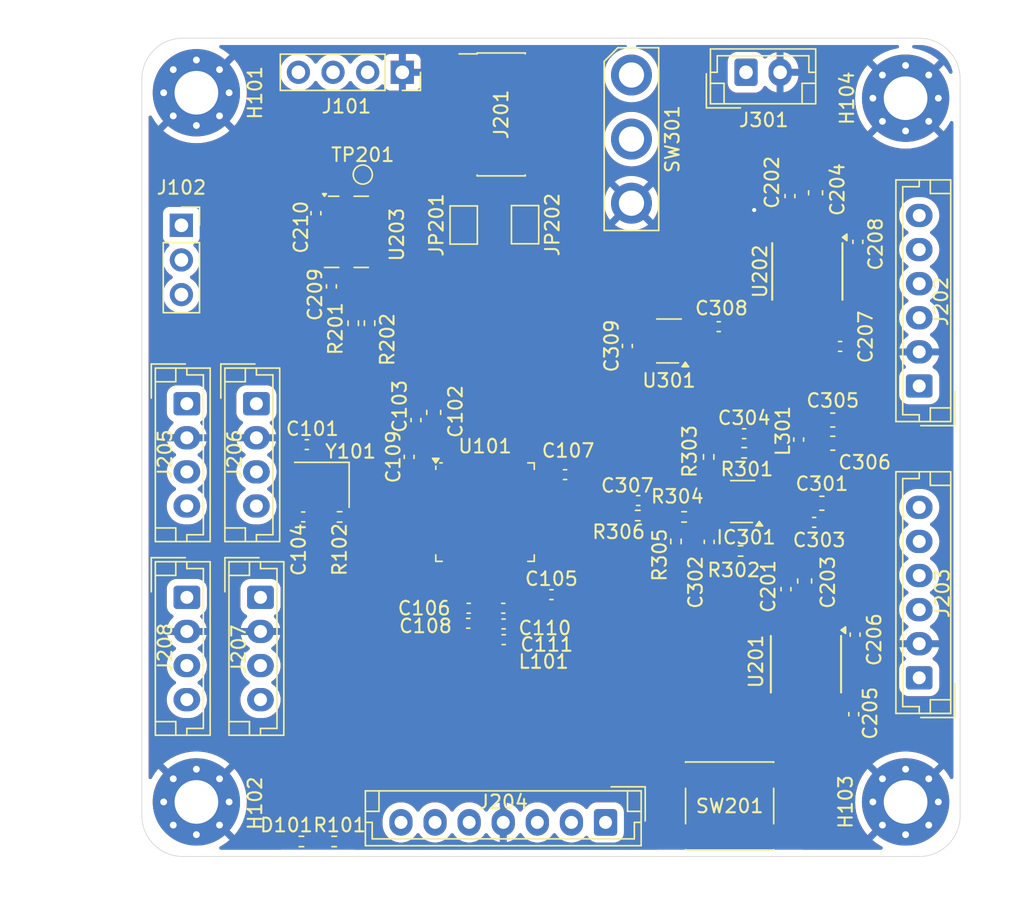
<source format=kicad_pcb>
(kicad_pcb (version 20240108) (generator "pcbnew") (generator_version "8.0")
  (layers (0 "F.Cu" signal) (1 "In1.Cu" signal) (2 "In2.Cu" signal) (31 "B.Cu" signal) (34 "B.Paste" user) (35 "F.Paste" user) (36 "B.SilkS" user "B.Silkscreen") (37 "F.SilkS" user "F.Silkscreen") (38 "B.Mask" user) (39 "F.Mask" user) (44 "Edge.Cuts" user))
  (net 0 "")
  (net 1 "GND")
  (net 2 "+3.3V")
  (net 3 "NRST")
  (net 4 "OSC_IN")
  (net 5 "Net-(C104-Pad1)")
  (net 6 "/VDDA")
  (net 7 "VIN")
  (net 8 "MOTEUR2-")
  (net 9 "MOTEUR2+")
  (net 10 "MOTEUR1-")
  (net 11 "MOTEUR1+")
  (net 12 "VCC")
  (net 13 "Net-(C304-Pad1)")
  (net 14 "SW")
  (net 15 "+5V")
  (net 16 "Net-(C307-Pad1)")
  (net 17 "FB")
  (net 18 "BST")
  (net 19 "EN{slash}SYNC")
  (net 20 "PG")
  (net 21 "Net-(J201-Pin_13)")
  (net 22 "SWCLK")
  (net 24 "SWDIO")
  (net 26 "SWO")
  (net 29 "Net-(J201-Pin_14)")
  (net 30 "PHASE_A1")
  (net 31 "PHASE_B1")
  (net 32 "PHASE_B2")
  (net 33 "PHASE_A2")
  (net 34 "RX_LIDAR")
  (net 35 "M_EN_LIDAR")
  (net 36 "DEV_EN_LIDAR")
  (net 37 "TX_LIDAR")
  (net 38 "M_SCTR_LIDAR")
  (net 39 "CB_OUT1")
  (net 40 "CB_IN")
  (net 41 "CB_OUT2")
  (net 42 "CB_OUT3")
  (net 43 "CB_OUT4")
  (net 44 "+7.2V")
  (net 45 "RX_SWD")
  (net 46 "TX_SWD")
  (net 47 "SDA_ACCELERO")
  (net 48 "OSC_OUT")
  (net 49 "SCL_ACCELERO")
  (net 50 "CHAT{slash}SOURIS")
  (net 51 "GPIO2")
  (net 53 "GPIO1")
  (net 54 "FWD1")
  (net 55 "INT1_ACCELERO")
  (net 58 "REV2")
  (net 60 "GPIO3")
  (net 61 "REV1")
  (net 66 "FWD2")
  (net 73 "Net-(D101-K)")
  (footprint "Connector_JST:JST_EH_B6B-EH-A_1x06_P2.50mm_Vertical" (layer "F.Cu") (at 177 106.9 90)
    (property "Reference" "J203" (at 6.2 1.7 90) (layer "F.SilkS"))
    (property "Value" "Moteur2")
    (pad "1" thru_hole roundrect (at 0 0 90) (size 1.7 1.95) (drill 0.95) (layers "*.Cu" "*.Mask") (roundrect_rratio 0.147059) (net 8 "MOTEUR2-"))
    (pad "2" thru_hole oval (at 2.5 0 90) (size 1.7 1.95) (drill 0.95) (layers "*.Cu" "*.Mask") (net 1 "GND"))
    (pad "3" thru_hole oval (at 5 0 90) (size 1.7 1.95) (drill 0.95) (layers "*.Cu" "*.Mask") (net 33 "PHASE_A2"))
    (pad "4" thru_hole oval (at 7.5 0 90) (size 1.7 1.95) (drill 0.95) (layers "*.Cu" "*.Mask") (net 32 "PHASE_B2"))
    (pad "5" thru_hole oval (at 10 0 90) (size 1.7 1.95) (drill 0.95) (layers "*.Cu" "*.Mask") (net 2 "+3.3V"))
    (pad "6" thru_hole oval (at 12.5 0 90) (size 1.7 1.95) (drill 0.95) (layers "*.Cu" "*.Mask") (net 9 "MOTEUR2+"))
  )
  (footprint "Capacitor_SMD:C_0402_1005Metric_Pad0.74x0.62mm_HandSolder" (layer "F.Cu") (at 140.1 88.0075 90)
    (property "Reference" "C103" (at 1.0075 -1.2 90) (layer "F.SilkS"))
    (property "Value" "100n")
    (pad "1" smd roundrect (at -0.5675 0 90) (size 0.735 0.62) (layers "F.Cu" "F.Paste" "F.Mask") (net 2 "+3.3V"))
    (pad "2" smd roundrect (at 0.5675 0 90) (size 0.735 0.62) (layers "F.Cu" "F.Paste" "F.Mask") (net 1 "GND"))
  )
  (footprint "Jumper:SolderJumper-2_P1.3mm_Open_TrianglePad1.0x1.5mm" (layer "F.Cu") (at 143.6 73.7 -90)
    (property "Reference" "JP201" (at 0 2 90) (layer "F.SilkS"))
    (property "Value" "TestRX")
    (pad "1" smd custom (at -0.725 0 270) (size 0.3 0.3) (layers "F.Cu" "F.Mask") (net 21 "Net-(J201-Pin_13)") (options (clearance outline) (anchor rect)) (primitives (gr_poly (pts (xy 1 0) (xy 0.5 0.75) (xy -0.5 0.75) (xy -0.5 -0.75) (xy 0.5 -0.75)) (width 0) (fill yes))))
    (pad "2" smd custom (at 0.725 0 270) (size 0.3 0.3) (layers "F.Cu" "F.Mask") (net 45 "RX_SWD") (options (clearance outline) (anchor rect)) (primitives (gr_poly (pts (xy 0.5 0.75) (xy -0.65 0.75) (xy -0.15 0) (xy -0.65 -0.75) (xy 0.5 -0.75)) (width 0) (fill yes))))
  )
  (footprint "Package_SO:Diodes_SO-8EP" (layer "F.Cu") (at 168.695 105.9025 -90)
    (property "Reference" "U201" (at -0.2025 3.665 90) (layer "F.SilkS"))
    (property "Value" "ZXBM5210-SP")
    (pad "1" smd rect (at -2.4975 -1.905 270) (size 1.505 0.802) (layers "F.Cu" "F.Paste" "F.Mask") (net 9 "MOTEUR2+"))
    (pad "2" smd rect (at -2.4975 -0.635 270) (size 1.505 0.802) (layers "F.Cu" "F.Paste" "F.Mask") (net 7 "VIN"))
    (pad "3" smd rect (at -2.4975 0.635 270) (size 1.505 0.802) (layers "F.Cu" "F.Paste" "F.Mask") (net 7 "VIN"))
    (pad "4" smd rect (at -2.4975 1.905 270) (size 1.505 0.802) (layers "F.Cu" "F.Paste" "F.Mask") (net 66 "FWD2"))
    (pad "5" smd rect (at 2.4975 1.905 270) (size 1.505 0.802) (layers "F.Cu" "F.Paste" "F.Mask") (net 58 "REV2"))
    (pad "6" smd rect (at 2.4975 0.635 270) (size 1.505 0.802) (layers "F.Cu" "F.Paste" "F.Mask") (net 7 "VIN"))
    (pad "7" smd rect (at 2.4975 -0.635 270) (size 1.505 0.802) (layers "F.Cu" "F.Paste" "F.Mask") (net 8 "MOTEUR2-"))
    (pad "8" smd rect (at 2.4975 -1.905 270) (size 1.505 0.802) (layers "F.Cu" "F.Paste" "F.Mask") (net 1 "GND"))
    (pad "9" smd rect (at 0 0 270) (size 2.613 3.502) (layers "F.Cu" "F.Paste" "F.Mask") (net 1 "GND"))
  )
  (footprint "Resistor_SMD:R_0402_1005Metric_Pad0.72x0.64mm_HandSolder" (layer "F.Cu") (at 136.7 80.8975 90)
    (property "Reference" "R202" (at -1.2 1.3 90) (layer "F.SilkS"))
    (property "Value" "2.2k")
    (pad "1" smd roundrect (at -0.5975 0 90) (size 0.715 0.64) (layers "F.Cu" "F.Paste" "F.Mask") (net 47 "SDA_ACCELERO"))
    (pad "2" smd roundrect (at 0.5975 0 90) (size 0.715 0.64) (layers "F.Cu" "F.Paste" "F.Mask") (net 2 "+3.3V"))
  )
  (footprint "Capacitor_SMD:C_0402_1005Metric_Pad0.74x0.62mm_HandSolder" (layer "F.Cu") (at 146.5325 104.1)
    (property "Reference" "L101" (at 2.9275 1.61 0) (layer "F.SilkS"))
    (property "Value" "l")
    (pad "1" smd roundrect (at -0.5675 0) (size 0.735 0.62) (layers "F.Cu" "F.Paste" "F.Mask") (net 6 "/VDDA"))
    (pad "2" smd roundrect (at 0.5675 0) (size 0.735 0.62) (layers "F.Cu" "F.Paste" "F.Mask") (net 2 "+3.3V"))
  )
  (footprint "Capacitor_SMD:C_0402_1005Metric_Pad0.74x0.62mm_HandSolder" (layer "F.Cu") (at 164.1625 89)
    (property "Reference" "C304" (at 0 -1.16 0) (layer "F.SilkS"))
    (property "Value" "0.1u")
    (pad "1" smd roundrect (at -0.5675 0) (size 0.735 0.62) (layers "F.Cu" "F.Paste" "F.Mask") (net 13 "Net-(C304-Pad1)"))
    (pad "2" smd roundrect (at 0.5675 0) (size 0.735 0.62) (layers "F.Cu" "F.Paste" "F.Mask") (net 14 "SW"))
  )
  (footprint "Button_Switch_SMD:SW_Push_1P1T_NO_6x6mm_H9.5mm" (layer "F.Cu") (at 163.1 116.3)
    (property "Reference" "SW201" (at 0 0 0) (layer "F.SilkS"))
    (property "Value" "SW_c/s")
    (pad "1" smd rect (at -3.975 -2.25) (size 1.55 1.3) (layers "F.Cu" "F.Paste" "F.Mask") (net 50 "CHAT{slash}SOURIS"))
    (pad "1" smd rect (at 3.975 -2.25) (size 1.55 1.3) (layers "F.Cu" "F.Paste" "F.Mask") (net 50 "CHAT{slash}SOURIS"))
    (pad "2" smd rect (at -3.975 2.25) (size 1.55 1.3) (layers "F.Cu" "F.Paste" "F.Mask") (net 1 "GND"))
    (pad "2" smd rect (at 3.975 2.25) (size 1.55 1.3) (layers "F.Cu" "F.Paste" "F.Mask") (net 1 "GND"))
  )
  (footprint "Package_SO:Diodes_SO-8EP" (layer "F.Cu") (at 168.795 77.1025 -90)
    (property "Reference" "U202" (at -0.0025 3.465 90) (layer "F.SilkS"))
    (property "Value" "ZXBM5210-SP")
    (pad "1" smd rect (at -2.4975 -1.905 270) (size 1.505 0.802) (layers "F.Cu" "F.Paste" "F.Mask") (net 11 "MOTEUR1+"))
    (pad "2" smd rect (at -2.4975 -0.635 270) (size 1.505 0.802) (layers "F.Cu" "F.Paste" "F.Mask") (net 7 "VIN"))
    (pad "3" smd rect (at -2.4975 0.635 270) (size 1.505 0.802) (layers "F.Cu" "F.Paste" "F.Mask") (net 7 "VIN"))
    (pad "4" smd rect (at -2.4975 1.905 270) (size 1.505 0.802) (layers "F.Cu" "F.Paste" "F.Mask") (net 54 "FWD1"))
    (pad "5" smd rect (at 2.4975 1.905 270) (size 1.505 0.802) (layers "F.Cu" "F.Paste" "F.Mask") (net 61 "REV1"))
    (pad "6" smd rect (at 2.4975 0.635 270) (size 1.505 0.802) (layers "F.Cu" "F.Paste" "F.Mask") (net 7 "VIN"))
    (pad "7" smd rect (at 2.4975 -0.635 270) (size 1.505 0.802) (layers "F.Cu" "F.Paste" "F.Mask") (net 10 "MOTEUR1-"))
    (pad "8" smd rect (at 2.4975 -1.905 270) (size 1.505 0.802) (layers "F.Cu" "F.Paste" "F.Mask") (net 1 "GND"))
    (pad "9" smd rect (at 0 0 270) (size 2.613 3.502) (layers "F.Cu" "F.Paste" "F.Mask") (net 1 "GND"))
  )
  (footprint "STM32:SWITCH TOGGLE SPDT 1A 30V" (layer "F.Cu") (at 155.9 67.4 -90)
    (property "Reference" "SW301" (at 0 -3 90) (layer "F.SilkS"))
    (property "Value" "ON/OFF")
    (pad "1" thru_hole oval (at -4.7 0 270) (size 3 3) (drill 1.85) (layers "*.Cu" "*.Mask") (net 44 "+7.2V"))
    (pad "2" thru_hole oval (at 0 0 270) (size 3 3) (drill 1.85) (layers "*.Cu" "*.Mask") (net 7 "VIN"))
    (pad "3" thru_hole oval (at 4.7 0 270) (size 3 3) (drill 1.85) (layers "*.Cu" "*.Mask") (net 1 "GND"))
  )
  (footprint "Capacitor_SMD:C_0402_1005Metric_Pad0.74x0.62mm_HandSolder" (layer "F.Cu") (at 167.23 100.4 -90)
    (property "Reference" "C201" (at -0.2 1.3 90) (layer "F.SilkS"))
    (property "Value" "1u")
    (pad "1" smd roundrect (at -0.5675 0 270) (size 0.735 0.62) (layers "F.Cu" "F.Paste" "F.Mask") (net 1 "GND"))
    (pad "2" smd roundrect (at 0.5675 0 270) (size 0.735 0.62) (layers "F.Cu" "F.Paste" "F.Mask") (net 7 "VIN"))
  )
  (footprint "Capacitor_SMD:C_0603_1608Metric_Pad1.08x0.95mm_HandSolder" (layer "F.Cu") (at 169.8625 94.1)
    (property "Reference" "C301" (at 0 -1.43 0) (layer "F.SilkS"))
    (property "Value" "22u")
    (pad "1" smd roundrect (at -0.8625 0) (size 1.075 0.95) (layers "F.Cu" "F.Paste" "F.Mask") (net 7 "VIN"))
    (pad "2" smd roundrect (at 0.8625 0) (size 1.075 0.95) (layers "F.Cu" "F.Paste" "F.Mask") (net 1 "GND"))
  )
  (footprint "MountingHole:MountingHole_3.2mm_M3_Pad_Via" (layer "F.Cu") (at 124 116)
    (property "Reference" "H102" (at 4.3 0.1 -90) (layer "F.SilkS"))
    (property "Value" "MountingHole_Pad")
    (pad "1" thru_hole circle (at -2.4 0) (size 0.8 0.8) (drill 0.5) (layers "*.Cu" "*.Mask") (net 1 "GND"))
    (pad "1" thru_hole circle (at -1.697056 -1.697056) (size 0.8 0.8) (drill 0.5) (layers "*.Cu" "*.Mask") (net 1 "GND"))
    (pad "1" thru_hole circle (at -1.697056 1.697056) (size 0.8 0.8) (drill 0.5) (layers "*.Cu" "*.Mask") (net 1 "GND"))
    (pad "1" thru_hole circle (at 0 -2.4) (size 0.8 0.8) (drill 0.5) (layers "*.Cu" "*.Mask") (net 1 "GND"))
    (pad "1" thru_hole circle (at 0 0) (size 6.4 6.4) (drill 3.2) (layers "*.Cu" "*.Mask") (net 1 "GND"))
    (pad "1" thru_hole circle (at 0 2.4) (size 0.8 0.8) (drill 0.5) (layers "*.Cu" "*.Mask") (net 1 "GND"))
    (pad "1" thru_hole circle (at 1.697056 -1.697056) (size 0.8 0.8) (drill 0.5) (layers "*.Cu" "*.Mask") (net 1 "GND"))
    (pad "1" thru_hole circle (at 1.697056 1.697056) (size 0.8 0.8) (drill 0.5) (layers "*.Cu" "*.Mask") (net 1 "GND"))
    (pad "1" thru_hole circle (at 2.4 0) (size 0.8 0.8) (drill 0.5) (layers "*.Cu" "*.Mask") (net 1 "GND"))
  )
  (footprint "MountingHole:MountingHole_3.2mm_M3_Pad_Via" (layer "F.Cu") (at 176 64.4)
    (property "Reference" "H104" (at -4.3 0 90) (layer "F.SilkS"))
    (property "Value" "MountingHole_Pad")
    (pad "1" thru_hole circle (at -2.4 0) (size 0.8 0.8) (drill 0.5) (layers "*.Cu" "*.Mask") (net 1 "GND"))
    (pad "1" thru_hole circle (at -1.697056 -1.697056) (size 0.8 0.8) (drill 0.5) (layers "*.Cu" "*.Mask") (net 1 "GND"))
    (pad "1" thru_hole circle (at -1.697056 1.697056) (size 0.8 0.8) (drill 0.5) (layers "*.Cu" "*.Mask") (net 1 "GND"))
    (pad "1" thru_hole circle (at 0 -2.4) (size 0.8 0.8) (drill 0.5) (layers "*.Cu" "*.Mask") (net 1 "GND"))
    (pad "1" thru_hole circle (at 0 0) (size 6.4 6.4) (drill 3.2) (layers "*.Cu" "*.Mask") (net 1 "GND"))
    (pad "1" thru_hole circle (at 0 2.4) (size 0.8 0.8) (drill 0.5) (layers "*.Cu" "*.Mask") (net 1 "GND"))
    (pad "1" thru_hole circle (at 1.697056 -1.697056) (size 0.8 0.8) (drill 0.5) (layers "*.Cu" "*.Mask") (net 1 "GND"))
    (pad "1" thru_hole circle (at 1.697056 1.697056) (size 0.8 0.8) (drill 0.5) (layers "*.Cu" "*.Mask") (net 1 "GND"))
    (pad "1" thru_hole circle (at 2.4 0) (size 0.8 0.8) (drill 0.5) (layers "*.Cu" "*.Mask") (net 1 "GND"))
  )
  (footprint "Resistor_SMD:R_0402_1005Metric_Pad0.72x0.64mm_HandSolder" (layer "F.Cu") (at 135.5 80.9025 90)
    (property "Reference" "R201" (at -0.3975 -1.3 90) (layer "F.SilkS"))
    (property "Value" "2.2k")
    (pad "1" smd roundrect (at -0.5975 0 90) (size 0.715 0.64) (layers "F.Cu" "F.Paste" "F.Mask") (net 49 "SCL_ACCELERO"))
    (pad "2" smd roundrect (at 0.5975 0 90) (size 0.715 0.64) (layers "F.Cu" "F.Paste" "F.Mask") (net 2 "+3.3V"))
  )
  (footprint "Connector_JST:JST_EH_B4B-EH-A_1x04_P2.50mm_Vertical" (layer "F.Cu") (at 123.3 86.8 -90)
    (property "Reference" "J205" (at 3.7 1.6 90) (layer "F.SilkS"))
    (property "Value" "CB1")
    (pad "1" thru_hole roundrect (at 0 0 270) (size 1.7 1.95) (drill 0.95) (layers "*.Cu" "*.Mask") (roundrect_rratio 0.147059) (net 2 "+3.3V"))
    (pad "2" thru_hole oval (at 2.5 0 270) (size 1.7 1.95) (drill 0.95) (layers "*.Cu" "*.Mask") (net 1 "GND"))
    (pad "3" thru_hole oval (at 5 0 270) (size 1.7 1.95) (drill 0.95) (layers "*.Cu" "*.Mask") (net 39 "CB_OUT1"))
    (pad "4" thru_hole oval (at 7.5 0 270) (size 1.7 1.95) (drill 0.95) (layers "*.Cu" "*.Mask") (net 40 "CB_IN"))
  )
  (footprint "Connector_PinSocket_2.54mm:PinSocket_1x04_P2.54mm_Vertical" (layer "F.Cu") (at 139.1 62.5 -90)
    (property "Reference" "J101" (at 2.5 4.1 0) (layer "F.SilkS"))
    (property "Value" "ECRAN")
    (pad "1" thru_hole rect (at 0 0 270) (size 1.7 1.7) (drill 1) (layers "*.Cu" "*.Mask") (net 1 "GND"))
    (pad "2" thru_hole oval (at 0 2.54 270) (size 1.7 1.7) (drill 1) (layers "*.Cu" "*.Mask") (net 2 "+3.3V"))
    (pad "3" thru_hole oval (at 0 5.08 270) (size 1.7 1.7) (drill 1) (layers "*.Cu" "*.Mask") (net 47 "SDA_ACCELERO"))
    (pad "4" thru_hole oval (at 0 7.62 270) (size 1.7 1.7) (drill 1) (layers "*.Cu" "*.Mask") (net 49 "SCL_ACCELERO"))
  )
  (footprint "Capacitor_SMD:C_0402_1005Metric_Pad0.74x0.62mm_HandSolder" (layer "F.Cu") (at 151.0325 92)
    (property "Reference" "C107" (at 0.2275 -1.76 0) (layer "F.SilkS"))
    (property "Value" "100n")
    (pad "1" smd roundrect (at -0.5675 0) (size 0.735 0.62) (layers "F.Cu" "F.Paste" "F.Mask") (net 2 "+3.3V"))
    (pad "2" smd roundrect (at 0.5675 0) (size 0.735 0.62) (layers "F.Cu" "F.Paste" "F.Mask") (net 1 "GND"))
  )
  (footprint "Resistor_SMD:R_0402_1005Metric_Pad0.72x0.64mm_HandSolder" (layer "F.Cu") (at 134.5025 95.1)
    (property "Reference" "R102" (at -0.0025 2.4 90) (layer "F.SilkS"))
    (property "Value" "20")
    (pad "1" smd roundrect (at -0.5975 0) (size 0.715 0.64) (layers "F.Cu" "F.Paste" "F.Mask") (net 5 "Net-(C104-Pad1)"))
    (pad "2" smd roundrect (at 0.5975 0) (size 0.715 0.64) (layers "F.Cu" "F.Paste" "F.Mask") (net 48 "OSC_OUT"))
  )
  (footprint "MountingHole:MountingHole_3.2mm_M3_Pad_Via" (layer "F.Cu") (at 124 64)
    (property "Reference" "H101" (at 4.3 0 90) (layer "F.SilkS"))
    (property "Value" "MountingHole_Pad")
    (pad "1" thru_hole circle (at -2.4 0) (size 0.8 0.8) (drill 0.5) (layers "*.Cu" "*.Mask") (net 1 "GND"))
    (pad "1" thru_hole circle (at -1.697056 -1.697056) (size 0.8 0.8) (drill 0.5) (layers "*.Cu" "*.Mask") (net 1 "GND"))
    (pad "1" thru_hole circle (at -1.697056 1.697056) (size 0.8 0.8) (drill 0.5) (layers "*.Cu" "*.Mask") (net 1 "GND"))
    (pad "1" thru_hole circle (at 0 -2.4) (size 0.8 0.8) (drill 0.5) (layers "*.Cu" "*.Mask") (net 1 "GND"))
    (pad "1" thru_hole circle (at 0 0) (size 6.4 6.4) (drill 3.2) (layers "*.Cu" "*.Mask") (net 1 "GND"))
    (pad "1" thru_hole circle (at 0 2.4) (size 0.8 0.8) (drill 0.5) (layers "*.Cu" "*.Mask") (net 1 "GND"))
    (pad "1" thru_hole circle (at 1.697056 -1.697056) (size 0.8 0.8) (drill 0.5) (layers "*.Cu" "*.Mask") (net 1 "GND"))
    (pad "1" thru_hole circle (at 1.697056 1.697056) (size 0.8 0.8) (drill 0.5) (layers "*.Cu" "*.Mask") (net 1 "GND"))
    (pad "1" thru_hole circle (at 2.4 0) (size 0.8 0.8) (drill 0.5) (layers "*.Cu" "*.Mask") (net 1 "GND"))
  )
  (footprint "Capacitor_SMD:C_0603_1608Metric_Pad1.08x0.95mm_HandSolder" (layer "F.Cu") (at 170.6625 88)
    (property "Reference" "C305" (at 0 -1.43 0) (layer "F.SilkS"))
    (property "Value" "22u")
    (pad "1" smd roundrect (at -0.8625 0) (size 1.075 0.95) (layers "F.Cu" "F.Paste" "F.Mask") (net 15 "+5V"))
    (pad "2" smd roundrect (at 0.8625 0) (size 1.075 0.95) (layers "F.Cu" "F.Paste" "F.Mask") (net 1 "GND"))
  )
  (footprint "Capacitor_SMD:C_0402_1005Metric_Pad0.74x0.62mm_HandSolder" (layer "F.Cu") (at 172.5 74.9325 90)
    (property "Reference" "C208" (at -0.1675 1.3 90) (layer "F.SilkS"))
    (property "Value" "100n")
    (pad "1" smd roundrect (at -0.5675 0 90) (size 0.735 0.62) (layers "F.Cu" "F.Paste" "F.Mask") (net 1 "GND"))
    (pad "2" smd roundrect (at 0.5675 0 90) (size 0.735 0.62) (layers "F.Cu" "F.Paste" "F.Mask") (net 11 "MOTEUR1+"))
  )
  (footprint "TestPoint:TestPoint_Pad_D1.0mm" (layer "F.Cu") (at 136.2 70)
    (property "Reference" "TP201" (at 0 -1.448 0) (layer "F.SilkS"))
    (property "Value" "TestPoint")
    (pad "1" smd circle (at 0 0) (size 1 1) (layers "F.Cu" "F.Mask") (net 47 "SDA_ACCELERO"))
  )
  (footprint "Package_TO_SOT_SMD:SOT-23-5_HandSoldering" (layer "F.Cu") (at 158.65 82.2 180)
    (property "Reference" "U301" (at 0 -2.9 0) (layer "F.SilkS"))
    (property "Value" "BUxxSD5")
    (pad "1" smd roundrect (at -1.35 -0.95 180) (size 1.56 0.65) (layers "F.Cu" "F.Paste" "F.Mask") (net 15 "+5V"))
    (pad "2" smd roundrect (at -1.35 0 180) (size 1.56 0.65) (layers "F.Cu" "F.Paste" "F.Mask") (net 1 "GND"))
    (pad "3" smd roundrect (at -1.35 0.95 180) (size 1.56 0.65) (layers "F.Cu" "F.Paste" "F.Mask") (net 15 "+5V"))
    (pad "4" smd roundrect (at 1.35 0.95 180) (size 1.56 0.65) (layers "F.Cu" "F.Paste" "F.Mask"))
    (pad "5" smd roundrect (at 1.35 -0.95 180) (size 1.56 0.65) (layers "F.Cu" "F.Paste" "F.Mask") (net 2 "+3.3V"))
  )
  (footprint "Capacitor_SMD:C_0402_1005Metric_Pad0.74x0.62mm_HandSolder" (layer "F.Cu") (at 156.395 93.9 180)
    (property "Reference" "C307" (at 0.795 1.1 0) (layer "F.SilkS"))
    (property "Value" "15p")
    (pad "1" smd roundrect (at -0.5675 0 180) (size 0.735 0.62) (layers "F.Cu" "F.Paste" "F.Mask") (net 16 "Net-(C307-Pad1)"))
    (pad "2" smd roundrect (at 0.5675 0 180) (size 0.735 0.62) (layers "F.Cu" "F.Paste" "F.Mask") (net 15 "+5V"))
  )
  (footprint "Capacitor_SMD:C_0402_1005Metric_Pad0.74x0.62mm_HandSolder" (layer "F.Cu") (at 150.0325 100.8)
    (property "Reference" "C105" (at 0 -1.16 0) (layer "F.SilkS"))
    (property "Value" "100n")
    (pad "1" smd roundrect (at -0.5675 0) (size 0.735 0.62) (layers "F.Cu" "F.Paste" "F.Mask") (net 2 "+3.3V"))
    (pad "2" smd roundrect (at 0.5675 0) (size 0.735 0.62) (layers "F.Cu" "F.Paste" "F.Mask") (net 1 "GND"))
  )
  (footprint "Capacitor_SMD:C_0603_1608Metric_Pad1.08x0.95mm_HandSolder" (layer "F.Cu") (at 168.6 99.8 -90)
    (property "Reference" "C203" (at 0.1 -1.7 90) (layer "F.SilkS"))
    (property "Value" "10u")
    (pad "1" smd roundrect (at -0.8625 0 270) (size 1.075 0.95) (layers "F.Cu" "F.Paste" "F.Mask") (net 1 "GND"))
    (pad "2" smd roundrect (at 0.8625 0 270) (size 1.075 0.95) (layers "F.Cu" "F.Paste" "F.Mask") (net 7 "VIN"))
  )
  (footprint "Resistor_SMD:R_0402_1005Metric_Pad0.72x0.64mm_HandSolder" (layer "F.Cu") (at 159.1625 96.9 -90)
    (property "Reference" "R305" (at 1 1.2 90) (layer "F.SilkS"))
    (property "Value" "7.68k")
    (pad "1" smd roundrect (at -0.5975 0 270) (size 0.715 0.64) (layers "F.Cu" "F.Paste" "F.Mask") (net 16 "Net-(C307-Pad1)"))
    (pad "2" smd roundrect (at 0.5975 0 270) (size 0.715 0.64) (layers "F.Cu" "F.Paste" "F.Mask") (net 1 "GND"))
  )
  (footprint "Resistor_SMD:R_0402_1005Metric_Pad0.72x0.64mm_HandSolder" (layer "F.Cu") (at 156.3625 95 180)
    (property "Reference" "R306" (at 1.4 -1.2 0) (layer "F.SilkS"))
    (property "Value" "40.2k")
    (pad "1" smd roundrect (at -0.5975 0 180) (size 0.715 0.64) (layers "F.Cu" "F.Paste" "F.Mask") (net 16 "Net-(C307-Pad1)"))
    (pad "2" smd roundrect (at 0.5975 0 180) (size 0.715 0.64) (layers "F.Cu" "F.Paste" "F.Mask") (net 15 "+5V"))
  )
  (footprint "Capacitor_SMD:C_0402_1005Metric_Pad0.74x0.62mm_HandSolder" (layer "F.Cu") (at 132.1 89.8)
    (property "Reference" "C101" (at 0.4 -1.16 0) (layer "F.SilkS"))
    (property "Value" "10p")
    (pad "1" smd roundrect (at -0.5675 0) (size 0.735 0.62) (layers "F.Cu" "F.Paste" "F.Mask") (net 1 "GND"))
    (pad "2" smd roundrect (at 0.5675 0) (size 0.735 0.62) (layers "F.Cu" "F.Paste" "F.Mask") (net 4 "OSC_IN"))
  )
  (footprint "Connector_JST:JST_EH_B4B-EH-A_1x04_P2.50mm_Vertical" (layer "F.Cu") (at 128.7 101 -90)
    (property "Reference" "J207" (at 3.8 1.6 90) (layer "F.SilkS"))
    (property "Value" "CB3")
    (pad "1" thru_hole roundrect (at 0 0 270) (size 1.7 1.95) (drill 0.95) (layers "*.Cu" "*.Mask") (roundrect_rratio 0.147059) (net 2 "+3.3V"))
    (pad "2" thru_hole oval (at 2.5 0 270) (size 1.7 1.95) (drill 0.95) (layers "*.Cu" "*.Mask") (net 1 "GND"))
    (pad "3" thru_hole oval (at 5 0 270) (size 1.7 1.95) (drill 0.95) (layers "*.Cu" "*.Mask") (net 42 "CB_OUT3"))
    (pad "4" thru_hole oval (at 7.5 0 270) (size 1.7 1.95) (drill 0.95) (layers "*.Cu" "*.Mask") (net 40 "CB_IN"))
  )
  (footprint "Package_TO_SOT_SMD:TSOT-23-8_HandSoldering" (layer "F.Cu") (at 164.0525 94 180)
    (property "Reference" "IC301" (at -0.2475 -2.6 180) (layer "F.SilkS"))
    (property "Value" "MP1475SGJ-P")
    (pad "1" smd roundrect (at -1.71 -0.97 180) (size 2 0.4) (layers "F.Cu" "F.Paste" "F.Mask") (net 20 "PG"))
    (pad "2" smd roundrect (at -1.71 -0.33 180) (size 2 0.4) (layers "F.Cu" "F.Paste" "F.Mask") (net 7 "VIN"))
    (pad "3" smd roundrect (at -1.71 0.33 180) (size 2 0.4) (layers "F.Cu" "F.Paste" "F.Mask") (net 14 "SW"))
    (pad "4" smd roundrect (at -1.71 0.97 180) (size 2 0.4) (layers "F.Cu" "F.Paste" "F.Mask") (net 1 "GND"))
    (pad "5" smd roundrect (at 1.71 0.97 180) (size 2 0.4) (layers "F.Cu" "F.Paste" "F.Mask") (net 18 "BST"))
    (pad "6" smd roundrect (at 1.71 0.33 180) (size 2 0.4) (layers "F.Cu" "F.Paste" "F.Mask") (net 19 "EN{slash}SYNC"))
    (pad "7" smd roundrect (at 1.71 -0.33 180) (size 2 0.4) (layers "F.Cu" "F.Paste" "F.Mask") (net 12 "VCC"))
    (pad "8" smd roundrect (at 1.71 -0.97 180) (size 2 0.4) (layers "F.Cu" "F.Paste" "F.Mask") (net 17 "FB"))
  )
  (footprint "Capacitor_SMD:C_0402_1005Metric_Pad0.74x0.62mm_HandSolder" (layer "F.Cu") (at 168.1625 89.4325 90)
    (property "Reference" "L301" (at 0.6325 -1.1625 90) (layer "F.SilkS"))
    (property "Value" "4.7u")
    (pad "1" smd roundrect (at -0.5675 0 90) (size 0.735 0.62) (layers "F.Cu" "F.Paste" "F.Mask") (net 14 "SW"))
    (pad "2" smd roundrect (at 0.5675 0 90) (size 0.735 0.62) (layers "F.Cu" "F.Paste" "F.Mask") (net 15 "+5V"))
  )
  (footprint "Connector_PinHeader_1.27mm:PinHeader_2x07_P1.27mm_Vertical_SMD" (layer "F.Cu") (at 146.35 65.59)
    (property "Reference" "J201" (at 0 0 90) (layer "F.SilkS"))
    (property "Value" "JTAG/SWD")
    (pad "1" smd rect (at -1.95 -3.81) (size 2.4 0.74) (layers "F.Cu" "F.Paste" "F.Mask"))
    (pad "2" smd rect (at 1.95 -3.81) (size 2.4 0.74) (layers "F.Cu" "F.Paste" "F.Mask"))
    (pad "3" smd rect (at -1.95 -2.54) (size 2.4 0.74) (layers "F.Cu" "F.Paste" "F.Mask") (net 2 "+3.3V"))
    (pad "4" smd rect (at 1.95 -2.54) (size 2.4 0.74) (layers "F.Cu" "F.Paste" "F.Mask") (net 24 "SWDIO"))
    (pad "5" smd rect (at -1.95 -1.27) (size 2.4 0.74) (layers "F.Cu" "F.Paste" "F.Mask") (net 1 "GND"))
    (pad "6" smd rect (at 1.95 -1.27) (size 2.4 0.74) (layers "F.Cu" "F.Paste" "F.Mask") (net 22 "SWCLK"))
    (pad "7" smd rect (at -1.95 0) (size 2.4 0.74) (layers "F.Cu" "F.Paste" "F.Mask") (net 1 "GND"))
    (pad "8" smd rect (at 1.95 0) (size 2.4 0.74) (layers "F.Cu" "F.Paste" "F.Mask") (net 26 "SWO"))
    (pad "9" smd rect (at -1.95 1.27) (size 2.4 0.74) (layers "F.Cu" "F.Paste" "F.Mask"))
    (pad "10" smd rect (at 1.95 1.27) (size 2.4 0.74) (layers "F.Cu" "F.Paste" "F.Mask"))
    (pad "11" smd rect (at -1.95 2.54) (size 2.4 0.74) (layers "F.Cu" "F.Paste" "F.Mask") (net 1 "GND"))
    (pad "12" smd rect (at 1.95 2.54) (size 2.4 0.74) (layers "F.Cu" "F.Paste" "F.Mask") (net 3 "NRST"))
    (pad "13" smd rect (at -1.95 3.81) (size 2.4 0.74) (layers "F.Cu" "F.Paste" "F.Mask") (net 21 "Net-(J201-Pin_13)"))
    (pad "14" smd rect (at 1.95 3.81) (size 2.4 0.74) (layers "F.Cu" "F.Paste" "F.Mask") (net 29 "Net-(J201-Pin_14)"))
  )
  (footprint "Capacitor_SMD:C_0402_1005Metric_Pad0.74x0.62mm_HandSolder" (layer "F.Cu") (at 155.6 82.5675 90)
    (property "Reference" "C309" (at 0 -1.16 90) (layer "F.SilkS"))
    (property "Value" "0.47u")
    (pad "1" smd roundrect (at -0.5675 0 90) (size 0.735 0.62) (layers "F.Cu" "F.Paste" "F.Mask") (net 2 "+3.3V"))
    (pad "2" smd roundrect (at 0.5675 0 90) (size 0.735 0.62) (layers "F.Cu" "F.Paste" "F.Mask") (net 1 "GND"))
  )
  (footprint "Connector_JST:JST_EH_B6B-EH-A_1x06_P2.50mm_Vertical" (layer "F.Cu") (at 177 85.5 90)
    (property "Reference" "J202" (at 6.2 1.6 90) (layer "F.SilkS"))
    (property "Value" "Moteur1")
    (pad "1" thru_hole roundrect (at 0 0 90) (size 1.7 1.95) (drill 0.95) (layers "*.Cu" "*.Mask") (roundrect_rratio 0.147059) (net 10 "MOTEUR1-"))
    (pad "2" thru_hole oval (at 2.5 0 90) (size 1.7 1.95) (drill 0.95) (layers "*.Cu" "*.Mask") (net 1 "GND"))
    (pad "3" thru_hole oval (at 5 0 90) (size 1.7 1.95) (drill 0.95) (layers "*.Cu" "*.Mask") (net 30 "PHASE_A1"))
    (pad "4" thru_hole oval (at 7.5 0 90) (size 1.7 1.95) (drill 0.95) (layers "*.Cu" "*.Mask") (net 31 "PHASE_B1"))
    (pad "5" thru_hole oval (at 10 0 90) (size 1.7 1.95) (drill 0.95) (layers "*.Cu" "*.Mask") (net 2 "+3.3V"))
    (pad "6" thru_hole oval (at 12.5 0 90) (size 1.7 1.95) (drill 0.95) (layers "*.Cu" "*.Mask") (net 11 "MOTEUR1+"))
  )
  (footprint "Resistor_SMD:R_0402_1005Metric_Pad0.72x0.64mm_HandSolder" (layer "F.Cu") (at 161.5625 90.7025 90)
    (property "Reference" "R303" (at 0.4025 -1.4 90) (layer "F.SilkS"))
    (property "Value" "20")
    (pad "1" smd roundrect (at -0.5975 0 90) (size 0.715 0.64) (layers "F.Cu" "F.Paste" "F.Mask") (net 18 "BST"))
    (pad "2" smd roundrect (at 0.5975 0 90) (size 0.715 0.64) (layers "F.Cu" "F.Paste" "F.Mask") (net 13 "Net-(C304-Pad1)"))
  )
  (footprint "Capacitor_SMD:C_0402_1005Metric_Pad0.74x0.62mm_HandSolder" (layer "F.Cu") (at 167.5225 71.5775 -90)
    (property "Reference" "C202" (at -1.0025 1.3225 90) (layer "F.SilkS"))
    (property "Value" "1u")
    (pad "1" smd roundrect (at -0.5675 0 270) (size 0.735 0.62) (layers "F.Cu" "F.Paste" "F.Mask") (net 1 "GND"))
    (pad "2" smd roundrect (at 0.5675 0 270) (size 0.735 0.62) (layers "F.Cu" "F.Paste" "F.Mask") (net 7 "VIN"))
  )
  (footprint "Resistor_SMD:R_0402_1005Metric_Pad0.72x0.64mm_HandSolder" (layer "F.Cu") (at 131.7 118.9 180)
    (property "Reference" "D101" (at 1.1 1.2 0) (layer "F.SilkS"))
    (property "Value" "LED_POWER")
    (pad "1" smd roundrect (at -0.5975 0 180) (size 0.715 0.64) (layers "F.Cu" "F.Paste" "F.Mask") (net 73 "Net-(D101-K)"))
    (pad "2" smd roundrect (at 0.5975 0 180) (size 0.715 0.64) (layers "F.Cu" "F.Paste" "F.Mask") (net 2 "+3.3V"))
  )
  (footprint "STM32:QFN-48-1EP_7x7mm_P0.5mm_EP5.6x5.6mm_AJ" (layer "F.Cu") (at 145.1625 94.75)
    (property "Reference" "U101" (at 0 -4.83 0) (layer "F.SilkS"))
    (property "Value" "STM32G431CBUx")
    (pad "1" smd roundrect (at -3.4375 -2.75) (size 0.875 0.25) (layers "F.Cu" "F.Paste" "F.Mask") (net 2 "+3.3V"))
    (pad "2" smd roundrect (at -3.4375 -2.25) (size 0.875 0.25) (layers "F.Cu" "F.Paste" "F.Mask") (net 53 "GPIO1"))
    (pad "3" smd roundrect (at -3.4375 -1.75) (size 0.875 0.25) (layers "F.Cu" "F.Paste" "F.Mask") (net 51 "GPIO2"))
    (pad "4" smd roundrect (at -3.4375 -1.25) (size 0.875 0.25) (layers "F.Cu" "F.Paste" "F.Mask") (net 60 "GPIO3"))
    (pad "5" smd roundrect (at -3.4375 -0.75) (size 0.875 0.25) (layers "F.Cu" "F.Paste" "F.Mask") (net 4 "OSC_IN"))
    (pad "6" smd roundrect (at -3.4375 -0.25) (size 0.875 0.25) (layers "F.Cu" "F.Paste" "F.Mask") (net 48 "OSC_OUT"))
    (pad "7" smd roundrect (at -3.4375 0.25) (size 0.875 0.25) (layers "F.Cu" "F.Paste" "F.Mask") (net 3 "NRST"))
    (pad "8" smd roundrect (at -3.4375 0.75) (size 0.875 0.25) (layers "F.Cu" "F.Paste" "F.Mask") (net 41 "CB_OUT2"))
    (pad "9" smd roundrect (at -3.4375 1.25) (size 0.875 0.25) (layers "F.Cu" "F.Paste" "F.Mask") (net 39 "CB_OUT1"))
    (pad "10" smd roundrect (at -3.4375 1.75) (size 0.875 0.25) (layers "F.Cu" "F.Paste" "F.Mask") (net 42 "CB_OUT3"))
    (pad "11" smd roundrect (at -3.4375 2.25) (size 0.875 0.25) (layers "F.Cu" "F.Paste" "F.Mask") (net 43 "CB_OUT4"))
    (pad "12" smd roundrect (at -3.4375 2.75) (size 0.875 0.25) (layers "F.Cu" "F.Paste" "F.Mask") (net 40 "CB_IN"))
    (pad "13" smd roundrect (at -2.75 3.4375) (size 0.25 0.875) (layers "F.Cu" "F.Paste" "F.Mask"))
    (pad "14" smd roundrect (at -2.25 3.4375) (size 0.25 0.875) (layers "F.Cu" "F.Paste" "F.Mask") (net 38 "M_SCTR_LIDAR"))
    (pad "15" smd roundrect (at -1.75 3.4375) (size 0.25 0.875) (layers "F.Cu" "F.Paste" "F.Mask") (net 36 "DEV_EN_LIDAR"))
    (pad "16" smd roundrect (at -1.25 3.4375) (size 0.25 0.875) (layers "F.Cu" "F.Paste" "F.Mask") (net 35 "M_EN_LIDAR"))
    (pad "17" smd roundrect (at -0.75 3.4375) (size 0.25 0.875) (layers "F.Cu" "F.Paste" "F.Mask"))
    (pad "18" smd roundrect (at -0.25 3.4375) (size 0.25 0.875) (layers "F.Cu" "F.Paste" "F.Mask"))
    (pad "19" smd roundrect (at 0.25 3.4375) (size 0.25 0.875) (layers "F.Cu" "F.Paste" "F.Mask"))
    (pad "20" smd roundrect (at 0.75 3.4375) (size 0.25 0.875) (layers "F.Cu" "F.Paste" "F.Mask") (net 6 "/VDDA"))
    (pad "21" smd roundrect (at 1.25 3.4375) (size 0.25 0.875) (layers "F.Cu" "F.Paste" "F.Mask") (net 6 "/VDDA"))
    (pad "22" smd roundrect (at 1.75 3.4375) (size 0.25 0.875) (layers "F.Cu" "F.Paste" "F.Mask") (net 37 "TX_LIDAR"))
    (pad "23" smd roundrect (at 2.25 3.4375) (size 0.25 0.875) (layers "F.Cu" "F.Paste" "F.Mask") (net 2 "+3.3V"))
    (pad "24" smd roundrect (at 2.75 3.4375) (size 0.25 0.875) (layers "F.Cu" "F.Paste" "F.Mask") (net 34 "RX_LIDAR"))
    (pad "25" smd roundrect (at 3.4375 2.75) (size 0.875 0.25) (layers "F.Cu" "F.Paste" "F.Mask") (net 50 "CHAT{slash}SOURIS"))
    (pad "26" smd roundrect (at 3.4375 2.25) (size 0.875 0.25) (layers "F.Cu" "F.Paste" "F.Mask") (net 58 "REV2"))
    (pad "27" smd roundrect (at 3.4375 1.75) (size 0.875 0.25) (layers "F.Cu" "F.Paste" "F.Mask") (net 61 "REV1"))
    (pad "28" smd roundrect (at 3.4375 1.25) (size 0.875 0.25) (layers "F.Cu" "F.Paste" "F.Mask"))
    (pad "29" smd roundrect (at 3.4375 0.75) (size 0.875 0.25) (layers "F.Cu" "F.Paste" "F.Mask") (net 32 "PHASE_B2"))
    (pad "30" smd roundrect (at 3.4375 0.25) (size 0.875 0.25) (layers "F.Cu" "F.Paste" "F.Mask") (net 66 "FWD2"))
    (pad "31" smd roundrect (at 3.4375 -0.25) (size 0.875 0.25) (layers "F.Cu" "F.Paste" "F.Mask") (net 54 "FWD1"))
    (pad "32" smd roundrect (at 3.4375 -0.75) (size 0.875 0.25) (layers "F.Cu" "F.Paste" "F.Mask"))
    (pad "33" smd roundrect (at 3.4375 -1.25) (size 0.875 0.25) (layers "F.Cu" "F.Paste" "F.Mask") (net 31 "PHASE_B1"))
    (pad "34" smd roundrect (at 3.4375 -1.75) (size 0.875 0.25) (layers "F.Cu" "F.Paste" "F.Mask") (net 30 "PHASE_A1"))
    (pad "35" smd roundrect (at 3.4375 -2.25) (size 0.875 0.25) (layers "F.Cu" "F.Paste" "F.Mask") (net 2 "+3.3V"))
    (pad "36" smd roundrect (at 3.4375 -2.75) (size 0.875 0.25) (layers "F.Cu" "F.Paste" "F.Mask") (net 24 "SWDIO"))
    (pad "37" smd roundrect (at 2.75 -3.4375) (size 0.25 0.875) (layers "F.Cu" "F.Paste" "F.Mask") (net 22 "SWCLK"))
    (pad "38" smd roundrect (at 2.25 -3.4375) (size 0.25 0.875) (layers "F.Cu" "F.Paste" "F.Mask"))
    (pad "39" smd roundrect (at 1.75 -3.4375) (size 0.25 0.875) (layers "F.Cu" "F.Paste" "F.Mask") (net 46 "TX_SWD"))
    (pad "40" smd roundrect (at 1.25 -3.4375) (size 0.25 0.875) (layers "F.Cu" "F.Paste" "F.Mask") (net 45 "RX_SWD"))
    (pad "41" smd roundrect (at 0.75 -3.4375) (size 0.25 0.875) (layers "F.Cu" "F.Paste" "F.Mask") (net 26 "SWO"))
    (pad "42" smd roundrect (at 0.25 -3.4375) (size 0.25 0.875) (layers "F.Cu" "F.Paste" "F.Mask"))
    (pad "43" smd roundrect (at -0.25 -3.4375) (size 0.25 0.875) (layers "F.Cu" "F.Paste" "F.Mask") (net 33 "PHASE_A2"))
    (pad "44" smd roundrect (at -0.75 -3.4375) (size 0.25 0.875) (layers "F.Cu" "F.Paste" "F.Mask") (net 55 "INT1_ACCELERO"))
    (pad "45" smd roundrect (at -1.25 -3.4375) (size 0.25 0.875) (layers "F.Cu" "F.Paste" "F.Mask") (net 47 "SDA_ACCELERO"))
    (pad "46" smd roundrect (at -1.75 -3.4375) (size 0.25 0.875) (layers "F.Cu" "F.Paste" "F.Mask") (net 49 "SCL_ACCELERO"))
    (pad "47" smd roundrect (at -2.25 -3.4375) (size 0.25 0.875) (layers "F.Cu" "F.Paste" "F.Mask"))
    (pad "48" smd roundrect (at -2.75 -3.4375) (size 0.25 0.875) (layers "F.Cu" "F.Paste" "F.Mask") (net 2 "+3.3V"))
    (pad "49" smd rect (at 0 0) (size 5.6 5.6) (property pad_prop_heatsink) (layers "F.Cu" "F.Mask") (net 1 "GND"))
  )
  (footprint "Crystal:Crystal_SMD_3225-4Pin_3.2x2.5mm" (layer "F.Cu") (at 133.2 92.75 180)
    (property "Reference" "Y101" (at -2.1 2.45 0) (layer "F.SilkS"))
    (property "Value" "16MHz")
    (pad "1" smd rect (at -1.1 0.85 180) (size 1.4 1.2) (layers "F.Cu" "F.Paste" "F.Mask") (net 4 "OSC_IN"))
    (pad "2" smd rect (at 1.1 0.85 180) (size 1.4 1.2) (layers "F.Cu" "F.Paste" "F.Mask") (net 1 "GND"))
    (pad "3" smd rect (at 1.1 -0.85 180) (size 1.4 1.2) (layers "F.Cu" "F.Paste" "F.Mask") (net 5 "Net-(C104-Pad1)"))
    (pad "4" smd rect (at -1.1 -0.85 180) (size 1.4 1.2) (layers "F.Cu" "F.Paste" "F.Mask") (net 1 "GND"))
  )
  (footprint "Resistor_SMD:R_0402_1005Metric_Pad0.72x0.64mm_HandSolder" (layer "F.Cu") (at 159.7625 95.1 180)
    (property "Reference" "R304" (at 0.5 1.5 0) (layer "F.SilkS"))
    (property "Value" "16k")
    (pad "1" smd roundrect (at -0.5975 0 180) (size 0.715 0.64) (layers "F.Cu" "F.Paste" "F.Mask") (net 17 "FB"))
    (pad "2" smd roundrect (at 0.5975 0 180) (size 0.715 0.64) (layers "F.Cu" "F.Paste" "F.Mask") (net 16 "Net-(C307-Pad1)"))
  )
  (footprint "MountingHole:MountingHole_3.2mm_M3_Pad_Via" (layer "F.Cu") (at 176 116)
    (property "Reference" "H103" (at -4.4 0 90) (layer "F.SilkS"))
    (property "Value" "MountingHole_Pad")
    (pad "1" thru_hole circle (at -2.4 0) (size 0.8 0.8) (drill 0.5) (layers "*.Cu" "*.Mask") (net 1 "GND"))
    (pad "1" thru_hole circle (at -1.697056 -1.697056) (size 0.8 0.8) (drill 0.5) (layers "*.Cu" "*.Mask") (net 1 "GND"))
    (pad "1" thru_hole circle (at -1.697056 1.697056) (size 0.8 0.8) (drill 0.5) (layers "*.Cu" "*.Mask") (net 1 "GND"))
    (pad "1" thru_hole circle (at 0 -2.4) (size 0.8 0.8) (drill 0.5) (layers "*.Cu" "*.Mask") (net 1 "GND"))
    (pad "1" thru_hole circle (at 0 0) (size 6.4 6.4) (drill 3.2) (layers "*.Cu" "*.Mask") (net 1 "GND"))
    (pad "1" thru_hole circle (at 0 2.4) (size 0.8 0.8) (drill 0.5) (layers "*.Cu" "*.Mask") (net 1 "GND"))
    (pad "1" thru_hole circle (at 1.697056 -1.697056) (size 0.8 0.8) (drill 0.5) (layers "*.Cu" "*.Mask") (net 1 "GND"))
    (pad "1" thru_hole circle (at 1.697056 1.697056) (size 0.8 0.8) (drill 0.5) (layers "*.Cu" "*.Mask") (net 1 "GND"))
    (pad "1" thru_hole circle (at 2.4 0) (size 0.8 0.8) (drill 0.5) (layers "*.Cu" "*.Mask") (net 1 "GND"))
  )
  (footprint "Capacitor_SMD:C_0402_1005Metric_Pad0.74x0.62mm_HandSolder" (layer "F.Cu") (at 161.6 96.9325 -90)
    (property "Reference" "C302" (at 2.9675 1 90) (layer "F.SilkS"))
    (property "Value" "0.1u")
    (pad "1" smd roundrect (at -0.5675 0 270) (size 0.735 0.62) (layers "F.Cu" "F.Paste" "F.Mask") (net 12 "VCC"))
    (pad "2" smd roundrect (at 0.5675 0 270) (size 0.735 0.62) (layers "F.Cu" "F.Paste" "F.Mask") (net 1 "GND"))
  )
  (footprint "Resistor_SMD:R_0402_1005Metric_Pad0.72x0.64mm_HandSolder" (layer "F.Cu") (at 134.1025 118.9)
    (property "Reference" "R101" (at 0.3975 -1.2 0) (layer "F.SilkS"))
    (property "Value" "680")
    (pad "1" smd roundrect (at -0.5975 0) (size 0.715 0.64) (layers "F.Cu" "F.Paste" "F.Mask") (net 73 "Net-(D101-K)"))
    (pad "2" smd roundrect (at 0.5975 0) (size 0.715 0.64) (layers "F.Cu" "F.Paste" "F.Mask") (net 1 "GND"))
  )
  (footprint "Capacitor_SMD:C_0402_1005Metric_Pad0.74x0.62mm_HandSolder" (layer "F.Cu") (at 146.5275 102.95)
    (property "Reference" "C111" (at 3.16 1.51 0) (layer "F.SilkS"))
    (property "Value" "1u")
    (pad "1" smd roundrect (at -0.5675 0) (size 0.735 0.62) (layers "F.Cu" "F.Paste" "F.Mask") (net 6 "/VDDA"))
    (pad "2" smd roundrect (at 0.5675 0) (size 0.735 0.62) (layers "F.Cu" "F.Paste" "F.Mask") (net 1 "GND"))
  )
  (footprint "Jumper:SolderJumper-2_P1.3mm_Open_TrianglePad1.0x1.5mm" (layer "F.Cu") (at 148.1 73.675 -90)
    (property "Reference" "JP202" (at 0 -2 90) (layer "F.SilkS"))
    (property "Value" "TestTX")
    (pad "1" smd custom (at -0.725 0 270) (size 0.3 0.3) (layers "F.Cu" "F.Mask") (net 29 "Net-(J201-Pin_14)") (options (clearance outline) (anchor rect)) (primitives (gr_poly (pts (xy 1 0) (xy 0.5 0.75) (xy -0.5 0.75) (xy -0.5 -0.75) (xy 0.5 -0.75)) (width 0) (fill yes))))
    (pad "2" smd custom (at 0.725 0 270) (size 0.3 0.3) (layers "F.Cu" "F.Mask") (net 46 "TX_SWD") (options (clearance outline) (anchor rect)) (primitives (gr_poly (pts (xy 0.5 0.75) (xy -0.65 0.75) (xy -0.15 0) (xy -0.65 -0.75) (xy 0.5 -0.75)) (width 0) (fill yes))))
  )
  (footprint "Capacitor_SMD:C_0402_1005Metric_Pad0.74x0.62mm_HandSolder" (layer "F.Cu") (at 171.2 82.6)
    (property "Reference" "C207" (at 1.8675 -0.7 90) (layer "F.SilkS"))
    (property "Value" "100n")
    (pad "1" smd roundrect (at -0.5675 0) (size 0.735 0.62) (layers "F.Cu" "F.Paste" "F.Mask") (net 10 "MOTEUR1-"))
    (pad "2" smd roundrect (at 0.5675 0) (size 0.735 0.62) (layers "F.Cu" "F.Paste" "F.Mask") (net 1 "GND"))
  )
  (footprint "Connector_PinSocket_2.54mm:PinSocket_1x03_P2.54mm_Vertical" (layer "F.Cu") (at 122.9 73.72)
    (property "Reference" "J102" (at 0 -2.77 0) (layer "F.SilkS"))
    (property "Value" "GPIO")
    (pad "1" thru_hole rect (at 0 0) (size 1.7 1.7) (drill 1) (layers "*.Cu" "*.Mask") (net 53 "GPIO1"))
    (pad "2" thru_hole oval (at 0 2.54) (size 1.7 1.7) (drill 1) (layers "*.Cu" "*.Mask") (net 51 "GPIO2"))
    (pad "3" thru_hole oval (at 0 5.08) (size 1.7 1.7) (drill 1) (layers "*.Cu" "*.Mask") (net 60 "GPIO3"))
  )
  (footprint "Capacitor_SMD:C_0402_1005Metric_Pad0.74x0.62mm_HandSolder" (layer "F.Cu") (at 131.8325 95.1 180)
    (property "Reference" "C104" (at 0.3325 -2.4 90) (layer "F.SilkS"))
    (property "Value" "10p")
    (pad "1" smd roundrect (at -0.5675 0 180) (size 0.735 0.62) (layers "F.Cu" "F.Paste" "F.Mask") (net 5 "Net-(C104-Pad1)"))
    (pad "2" smd roundrect (at 0.5675 0 180) (size 0.735 0.62) (layers "F.Cu" "F.Paste" "F.Mask") (net 1 "GND"))
  )
  (footprint "Connector_JST:JST_EH_B4B-EH-A_1x04_P2.50mm_Vertical" (layer "F.Cu") (at 123.3 101 -90)
    (property "Reference" "J208" (at 3.7 1.6 90) (layer "F.SilkS"))
    (property "Value" "CB4")
    (pad "1" thru_hole roundrect (at 0 0 270) (size 1.7 1.95) (drill 0.95) (layers "*.Cu" "*.Mask") (roundrect_rratio 0.147059) (net 2 "+3.3V"))
    (pad "2" thru_hole oval (at 2.5 0 270) (size 1.7 1.95) (drill 0.95) (layers "*.Cu" "*.Mask") (net 1 "GND"))
    (pad "3" thru_hole oval (at 5 0 270) (size 1.7 1.95) (drill 0.95) (layers "*.Cu" "*.Mask") (net 43 "CB_OUT4"))
    (pad "4" thru_hole oval (at 7.5 0 270) (size 1.7 1.95) (drill 0.95) (layers "*.Cu" "*.Mask") (net 40 "CB_IN"))
  )
  (footprint "Capacitor_SMD:C_0402_1005Metric_Pad0.74x0.62mm_HandSolder" (layer "F.Cu") (at 169.295 95.5)
    (property "Reference" "C303" (at 0.3675 1.3 0) (layer "F.SilkS"))
    (property "Value" "0.1u")
    (pad "1" smd roundrect (at -0.5675 0) (size 0.735 0.62) (layers "F.Cu" "F.Paste" "F.Mask") (net 7 "VIN"))
    (pad "2" smd roundrect (at 0.5675 0) (size 0.735 0.62) (layers "F.Cu" "F.Paste" "F.Mask") (net 1 "GND"))
  )
  (footprint "Capacitor_SMD:C_0402_1005Metric_Pad0.74x0.62mm_HandSolder" (layer "F.Cu") (at 162.3 81.15)
    (property "Reference" "C308" (at 0.2 -1.35 0) (layer "F.SilkS"))
    (property "Value" "0.47u")
    (pad "1" smd roundrect (at -0.5675 0) (size 0.735 0.62) (layers "F.Cu" "F.Paste" "F.Mask") (net 15 "+5V"))
    (pad "2" smd roundrect (at 0.5675 0) (size 0.735 0.62) (layers "F.Cu" "F.Paste" "F.Mask") (net 1 "GND"))
  )
  (footprint "Capacitor_SMD:C_0603_1608Metric_Pad1.08x0.95mm_HandSolder" (layer "F.Cu") (at 141.4 87.4375 90)
    (property "Reference" "C102" (at 0.0625 1.6 90) (layer "F.SilkS"))
    (property "Value" "4.7u")
    (pad "1" smd roundrect (at -0.8625 0 90) (size 1.075 0.95) (layers "F.Cu" "F.Paste" "F.Mask") (net 2 "+3.3V"))
    (pad "2" smd roundrect (at 0.8625 0 90) (size 1.075 0.95) (layers "F.Cu" "F.Paste" "F.Mask") (net 1 "GND"))
  )
  (footprint "Capacitor_SMD:C_0402_1005Metric_Pad0.74x0.62mm_HandSolder" (layer "F.Cu") (at 146.5 101.8)
    (property "Reference" "C110" (at 3.05 1.45 0) (layer "F.SilkS"))
    (property "Value" "10n")
    (pad "1" smd roundrect (at -0.5675 0) (size 0.735 0.62) (layers "F.Cu" "F.Paste" "F.Mask") (net 6 "/VDDA"))
    (pad "2" smd roundrect (at 0.5675 0) (size 0.735 0.62) (layers "F.Cu" "F.Paste" "F.Mask") (net 1 "GND"))
  )
  (footprint "Capacitor_SMD:C_0402_1005Metric_Pad0.74x0.62mm_HandSolder" (layer "F.Cu") (at 172.2 109.5675 90)
    (property "Reference" "C205" (at 0.0675 1.2 90) (layer "F.SilkS"))
    (property "Value" "100n")
    (pad "1" smd roundrect (at -0.5675 0 90) (size 0.735 0.62) (layers "F.Cu" "F.Paste" "F.Mask") (net 8 "MOTEUR2-"))
    (pad "2" smd roundrect (at 0.5675 0 90) (size 0.735 0.62) (layers "F.Cu" "F.Paste" "F.Mask") (net 1 "GND"))
  )
  (footprint "Capacitor_SMD:C_0402_1005Metric_Pad0.74x0.62mm_HandSolder" (layer "F.Cu") (at 143.9675 101.8)
    (property "Reference" "C106" (at -3.2675 0 0) (layer "F.SilkS"))
    (property "Value" "1u")
    (pad "1" smd roundrect (at -0.5675 0) (size 0.735 0.62) (layers "F.Cu" "F.Paste" "F.Mask") (net 6 "/VDDA"))
    (pad "2" smd roundrect (at 0.5675 0) (size 0.735 0.62) (layers "F.Cu" "F.Paste" "F.Mask") (net 1 "GND"))
  )
  (footprint "Capacitor_SMD:C_0603_1608Metric_Pad1.08x0.95mm_HandSolder" (layer "F.Cu") (at 170.6625 89.7)
    (property "Reference" "C306" (at 2.3375 1.4 0) (layer "F.SilkS"))
    (property "Value" "22u")
    (pad "1" smd roundrect (at -0.8625 0) (size 1.075 0.95) (layers "F.Cu" "F.Paste" "F.Mask") (net 15 "+5V"))
    (pad "2" smd roundrect (at 0.8625 0) (size 1.075 0.95) (layers "F.Cu" "F.Paste" "F.Mask") (net 1 "GND"))
  )
  (footprint "Capacitor_SMD:C_0402_1005Metric_Pad0.74x0.62mm_HandSolder" (layer "F.Cu") (at 172.3 103.7325 90)
    (property "Reference" "C206" (at -0.3675 1.4 90) (layer "F.SilkS"))
    (property "Value" "100n")
    (pad "1" smd roundrect (at -0.5675 0 90) (size 0.735 0.62) (layers "F.Cu" "F.Paste" "F.Mask") (net 1 "GND"))
    (pad "2" smd roundrect (at 0.5675 0 90) (size 0.735 0.62) (layers "F.Cu" "F.Paste" "F.Mask") (net 9 "MOTEUR2+"))
  )
  (footprint "Capacitor_SMD:C_0603_1608Metric_Pad1.08x0.95mm_HandSolder" (layer "F.Cu") (at 169.4 71.3375 -90)
    (property "Reference" "C204" (at -0.2375 -1.6 90) (layer "F.SilkS"))
    (property "Value" "10u")
    (pad "1" smd roundrect (at -0.8625 0 270) (size 1.075 0.95) (layers "F.Cu" "F.Paste" "F.Mask") (net 1 "GND"))
    (pad "2" smd roundrect (at 0.8625 0 270) (size 1.075 0.95) (layers "F.Cu" "F.Paste" "F.Mask") (net 7 "VIN"))
  )
  (footprint "Connector_JST:JST_EH_B7B-EH-A_1x07_P2.50mm_Vertical" (layer "F.Cu") (at 154 117.5 180)
    (property "Reference" "J204" (at 7.5 1.5 0) (layer "F.SilkS"))
    (property "Value" "LIDAR")
    (pad "1" thru_hole roundrect (at 0 0 180) (size 1.7 1.95) (drill 0.95) (layers "*.Cu" "*.Mask") (roundrect_rratio 0.147059) (net 15 "+5V"))
    (pad "2" thru_hole oval (at 2.5 0 180) (size 1.7 1.95) (drill 0.95) (layers "*.Cu" "*.Mask") (net 37 "TX_LIDAR"))
    (pad "3" thru_hole oval (at 5 0 180) (size 1.7 1.95) (drill 0.95) (layers "*.Cu" "*.Mask") (net 34 "RX_LIDAR"))
    (pad "4" thru_hole oval (at 7.5 0 180) (size 1.7 1.95) (drill 0.95) (layers "*.Cu" "*.Mask") (net 1 "GND"))
    (pad "5" thru_hole oval (at 10 0 180) (size 1.7 1.95) (drill 0.95) (layers "*.Cu" "*.Mask") (net 35 "M_EN_LIDAR"))
    (pad "6" thru_hole oval (at 12.5 0 180) (size 1.7 1.95) (drill 0.95) (layers "*.Cu" "*.Mask") (net 36 "DEV_EN_LIDAR"))
    (pad "7" thru_hole oval (at 15 0 180) (size 1.7 1.95) (drill 0.95) (layers "*.Cu" "*.Mask") (net 38 "M_SCTR_LIDAR"))
  )
  (footprint "Capacitor_SMD:C_0402_1005Metric_Pad0.74x0.62mm_HandSolder" (layer "F.Cu") (at 143.9325 102.9)
    (property "Reference" "C108" (at -3.1325 0.2 0) (layer "F.SilkS"))
    (property "Value" "100n")
    (pad "1" smd roundrect (at -0.5675 0) (size 0.735 0.62) (layers "F.Cu" "F.Paste" "F.Mask") (net 6 "/VDDA"))
    (pad "2" smd roundrect (at 0.5675 0) (size 0.735 0.62) (layers "F.Cu" "F.Paste" "F.Mask") (net 1 "GND"))
  )
  (footprint "Capacitor_SMD:C_0402_1005Metric_Pad0.74x0.62mm_HandSolder" (layer "F.Cu") (at 132.765 72.8325 -90)
    (property "Reference" "C210" (at 1.0325 1.1 90) (layer "F.SilkS"))
    (property "Value" "1u")
    (pad "1" smd roundrect (at -0.5675 0 270) (size 0.735 0.62) (layers "F.Cu" "F.Paste" "F.Mask") (net 2 "+3.3V"))
    (pad "2" smd roundrect (at 0.5675 0 270) (size 0.735 0.62) (layers "F.Cu" "F.Paste" "F.Mask") (net 1 "GND"))
  )
  (footprint "Package_LGA:LGA-14_3x5mm_P0.8mm_LayoutBorder1x6y" (layer "F.Cu") (at 135 74.2)
    (property "Reference" "U203" (at 3.7 0.2 90) (layer "F.SilkS"))
    (property "Value" "ADXL343")
    (pad "1" smd roundrect (at -1 -2) (size 0.95 0.6) (layers "F.Cu" "F.Paste" "F.Mask") (net 2 "+3.3V"))
    (pad "2" smd roundrect (at -1 -1.2) (size 0.95 0.6) (layers "F.Cu" "F.Paste" "F.Mask") (net 1 "GND"))
    (pad "3" smd roundrect (at -1 -0.4) (size 0.95 0.6) (layers "F.Cu" "F.Paste" "F.Mask"))
    (pad "4" smd roundrect (at -1 0.4) (size 0.95 0.6) (layers "F.Cu" "F.Paste" "F.Mask") (net 1 "GND"))
    (pad "5" smd roundrect (at -1 1.2) (size 0.95 0.6) (layers "F.Cu" "F.Paste" "F.Mask") (net 1 "GND"))
    (pad "6" smd roundrect (at -1 2) (size 0.95 0.6) (layers "F.Cu" "F.Paste" "F.Mask") (net 2 "+3.3V"))
    (pad "7" smd roundrect (at 0 2) (size 0.6 0.95) (layers "F.Cu" "F.Paste" "F.Mask") (net 2 "+3.3V"))
    (pad "8" smd roundrect (at 1 2) (size 0.95 0.6) (layers "F.Cu" "F.Paste" "F.Mask") (net 55 "INT1_ACCELERO"))
    (pad "9" smd roundrect (at 1 1.2) (size 0.95 0.6) (layers "F.Cu" "F.Paste" "F.Mask"))
    (pad "10" smd roundrect (at 1 0.4) (size 0.95 0.6) (layers "F.Cu" "F.Paste" "F.Mask"))
    (pad "11" smd roundrect (at 1 -0.4) (size 0.95 0.6) (layers "F.Cu" "F.Paste" "F.Mask"))
    (pad "12" smd roundrect (at 1 -1.2) (size 0.95 0.6) (layers "F.Cu" "F.Paste" "F.Mask") (net 1 "GND"))
    (pad "13" smd roundrect (at 1 -2) (size 0.95 0.6) (layers "F.Cu" "F.Paste" "F.Mask") (net 47 "SDA_ACCELERO"))
    (pad "14" smd roundrect (at 0 -2) (size 0.6 0.95) (layers "F.Cu" "F.Paste" "F.Mask") (net 49 "SCL_ACCELERO"))
  )
  (footprint "Connector_JST:JST_EH_B4B-EH-A_1x04_P2.50mm_Vertical" (layer "F.Cu") (at 128.4 86.8 -90)
    (property "Reference" "J206" (at 3.7 1.6 90) (layer "F.SilkS"))
    (property "Value" "CB2")
    (pad "1" thru_hole roundrect (at 0 0 270) (size 1.7 1.95) (drill 0.95) (layers "*.Cu" "*.Mask") (roundrect_rratio 0.147059) (net 2 "+3.3V"))
    (pad "2" thru_hole oval (at 2.5 0 270) (size 1.7 1.95) (drill 0.95) (layers "*.Cu" "*.Mask") (net 1 "GND"))
    (pad "3" thru_hole oval (at 5 0 270) (size 1.7 1.95) (drill 0.95) (layers "*.Cu" "*.Mask") (net 41 "CB_OUT2"))
    (pad "4" thru_hole oval (at 7.5 0 270) (size 1.7 1.95) (drill 0.95) (layers "*.Cu" "*.Mask") (net 40 "CB_IN"))
  )
  (footprint "Capacitor_SMD:C_0402_1005Metric_Pad0.74x0.62mm_HandSolder" (layer "F.Cu") (at 133.9 78.2 -90)
    (property "Reference" "C209" (at 0.6 1.2 90) (layer "F.SilkS"))
    (property "Value" "1u")
    (pad "1" smd roundrect (at -0.5675 0 270) (size 0.735 0.62) (layers "F.Cu" "F.Paste" "F.Mask") (net 2 "+3.3V"))
    (pad "2" smd roundrect (at 0.5675 0 270) (size 0.735 0.62) (layers "F.Cu" "F.Paste" "F.Mask") (net 1 "GND"))
  )
  (footprint "Connector_JST:JST_EH_B2B-EH-A_1x02_P2.50mm_Vertical" (layer "F.Cu") (at 164.3 62.5)
    (property "Reference" "J301" (at 1.3 3.5 0) (layer "F.SilkS"))
    (property "Value" "Batterie")
    (pad "1" thru_hole roundrect (at 0 0) (size 1.7 2) (drill 1) (layers "*.Cu" "*.Mask") (roundrect_rratio 0.147059) (net 44 "+7.2V"))
    (pad "2" thru_hole oval (at 2.5 0) (size 1.7 2) (drill 1) (layers "*.Cu" "*.Mask") (net 1 "GND"))
  )
  (footprint "Capacitor_SMD:C_0402_1005Metric_Pad0.74x0.62mm_HandSolder" (layer "F.Cu") (at 139.6 90.7 90)
    (property "Reference" "C109" (at 0 -1.16 90) (layer "F.SilkS"))
    (property "Value" "100n")
    (pad "1" smd roundrect (at -0.5675 0 90) (size 0.735 0.62) (layers "F.Cu" "F.Paste" "F.Mask") (net 2 "+3.3V"))
    (pad "2" smd roundrect (at 0.5675 0 90) (size 0.735 0.62) (layers "F.Cu" "F.Paste" "F.Mask") (net 1 "GND"))
  )
  (footprint "Resistor_SMD:R_0402_1005Metric_Pad0.72x0.64mm_HandSolder" (layer "F.Cu") (at 163.9025 97.6)
    (property "Reference" "R302" (at -0.5025 1.4 0) (layer "F.SilkS"))
    (property "Value" "100K")
    (pad "1" smd roundrect (at -0.5975 0) (size 0.715 0.64) (layers "F.Cu" "F.Paste" "F.Mask") (net 12 "VCC"))
    (pad "2" smd roundrect (at 0.5975 0) (size 0.715 0.64) (layers "F.Cu" "F.Paste" "F.Mask") (net 20 "PG"))
  )
  (footprint "Resistor_SMD:R_0402_1005Metric_Pad0.72x0.64mm_HandSolder" (layer "F.Cu") (at 164.165 90.4 180)
    (property "Reference" "R301" (at -0.1975 -1.2 0) (layer "F.SilkS"))
    (property "Value" "100K")
    (pad "1" smd roundrect (at -0.5975 0 180) (size 0.715 0.64) (layers "F.Cu" "F.Paste" "F.Mask") (net 7 "VIN"))
    (pad "2" smd roundrect (at 0.5975 0 180) (size 0.715 0.64) (layers "F.Cu" "F.Paste" "F.Mask") (net 19 "EN{slash}SYNC"))
  )
  (gr_arc (start 123 120) (mid 120.87868 119.12132) (end 120 117) (stroke (width 0.05)) (layer "Edge.Cuts"))
  (gr_line (start 177 120) (end 123 120) (stroke (width 0.05)) (layer "Edge.Cuts"))
  (gr_line (start 123 60) (end 177 60) (stroke (width 0.05)) (layer "Edge.Cuts"))
  (gr_arc (start 120 63) (mid 120.87868 60.87868) (end 123 60) (stroke (width 0.05)) (layer "Edge.Cuts"))
  (gr_arc (start 180 117) (mid 179.12132 119.12132) (end 177 120) (stroke (width 0.05)) (layer "Edge.Cuts"))
  (gr_line (start 120 117) (end 120 63) (stroke (width 0.05)) (layer "Edge.Cuts"))
  (gr_arc (start 177 60) (mid 179.12132 60.87868) (end 180 63) (stroke (width 0.05)) (layer "Edge.Cuts"))
  (gr_line (start 180 63) (end 180 117) (stroke (width 0.05)) (layer "Edge.Cuts"))
  (via (at 164.9 72.6) (size 0.7) (drill 0.3) (layers "F.Cu" "B.Cu") (net 7))
  (zone (net 1) (net_name "GND") (layers "F.Cu" "In1.Cu" "B.Cu") (connect_pads (clearance 0.5)) (min_thickness 0.25) (fill yes (thermal_gap 0.5) (thermal_bridge_width 0.5) (island_removal_mode 1) (island_area_min 10))
    (polygon (pts (xy 109.8 57.2) (xy 184.3 57.4) (xy 184.7 123.5) (xy 109.6 123.5) (xy 109.9 57.2)))
  )
)
</source>
